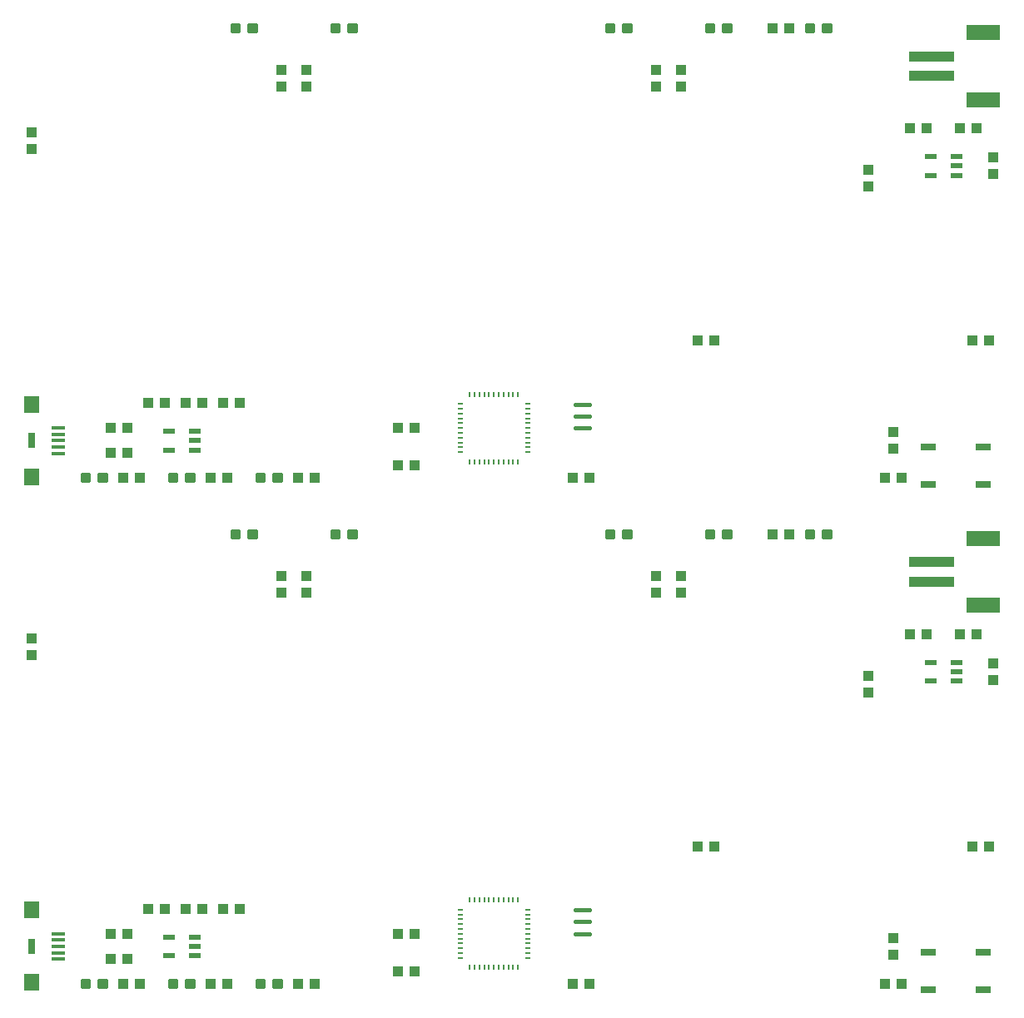
<source format=gtp>
G75*
%MOIN*%
%OFA0B0*%
%FSLAX25Y25*%
%IPPOS*%
%LPD*%
%AMOC8*
5,1,8,0,0,1.08239X$1,22.5*
%
%ADD10R,0.04331X0.03937*%
%ADD11R,0.18110X0.03937*%
%ADD12R,0.13386X0.06299*%
%ADD13C,0.01181*%
%ADD14R,0.03937X0.04331*%
%ADD15R,0.06000X0.03000*%
%ADD16R,0.02150X0.00900*%
%ADD17R,0.00900X0.02150*%
%ADD18C,0.01772*%
%ADD19R,0.04724X0.02165*%
%ADD20R,0.05512X0.01575*%
%ADD21R,0.05906X0.07087*%
%ADD22R,0.02756X0.05906*%
D10*
X0065949Y0018900D03*
X0072642Y0018900D03*
X0070949Y0008900D03*
X0077642Y0008900D03*
X0072642Y0028900D03*
X0065949Y0028900D03*
X0080949Y0038900D03*
X0087642Y0038900D03*
X0095949Y0038900D03*
X0102642Y0038900D03*
X0110949Y0038900D03*
X0117642Y0038900D03*
X0112642Y0008900D03*
X0105949Y0008900D03*
X0140949Y0008900D03*
X0147642Y0008900D03*
X0180949Y0013900D03*
X0187642Y0013900D03*
X0187642Y0028900D03*
X0180949Y0028900D03*
X0250949Y0008900D03*
X0257642Y0008900D03*
X0300949Y0063900D03*
X0307642Y0063900D03*
X0375949Y0008900D03*
X0382642Y0008900D03*
X0410949Y0063900D03*
X0417642Y0063900D03*
X0412642Y0148900D03*
X0405949Y0148900D03*
X0392642Y0148900D03*
X0385949Y0148900D03*
X0337642Y0188900D03*
X0330949Y0188900D03*
X0375949Y0211400D03*
X0382642Y0211400D03*
X0410949Y0266400D03*
X0417642Y0266400D03*
X0412642Y0351400D03*
X0405949Y0351400D03*
X0392642Y0351400D03*
X0385949Y0351400D03*
X0337642Y0391400D03*
X0330949Y0391400D03*
X0307642Y0266400D03*
X0300949Y0266400D03*
X0257642Y0211400D03*
X0250949Y0211400D03*
X0187642Y0216400D03*
X0180949Y0216400D03*
X0180949Y0231400D03*
X0187642Y0231400D03*
X0147642Y0211400D03*
X0140949Y0211400D03*
X0112642Y0211400D03*
X0105949Y0211400D03*
X0077642Y0211400D03*
X0070949Y0211400D03*
X0072642Y0221400D03*
X0065949Y0221400D03*
X0065949Y0231400D03*
X0072642Y0231400D03*
X0080949Y0241400D03*
X0087642Y0241400D03*
X0095949Y0241400D03*
X0102642Y0241400D03*
X0110949Y0241400D03*
X0117642Y0241400D03*
D11*
X0394728Y0177837D03*
X0394728Y0169963D03*
X0394728Y0372463D03*
X0394728Y0380337D03*
D12*
X0415201Y0389786D03*
X0415201Y0363014D03*
X0415201Y0187286D03*
X0415201Y0160514D03*
D13*
X0351370Y0187522D02*
X0351370Y0190278D01*
X0354126Y0190278D01*
X0354126Y0187522D01*
X0351370Y0187522D01*
X0351370Y0188702D02*
X0354126Y0188702D01*
X0354126Y0189882D02*
X0351370Y0189882D01*
X0344464Y0190278D02*
X0344464Y0187522D01*
X0344464Y0190278D02*
X0347220Y0190278D01*
X0347220Y0187522D01*
X0344464Y0187522D01*
X0344464Y0188702D02*
X0347220Y0188702D01*
X0347220Y0189882D02*
X0344464Y0189882D01*
X0311370Y0190278D02*
X0311370Y0187522D01*
X0311370Y0190278D02*
X0314126Y0190278D01*
X0314126Y0187522D01*
X0311370Y0187522D01*
X0311370Y0188702D02*
X0314126Y0188702D01*
X0314126Y0189882D02*
X0311370Y0189882D01*
X0304464Y0190278D02*
X0304464Y0187522D01*
X0304464Y0190278D02*
X0307220Y0190278D01*
X0307220Y0187522D01*
X0304464Y0187522D01*
X0304464Y0188702D02*
X0307220Y0188702D01*
X0307220Y0189882D02*
X0304464Y0189882D01*
X0274126Y0190278D02*
X0274126Y0187522D01*
X0271370Y0187522D01*
X0271370Y0190278D01*
X0274126Y0190278D01*
X0274126Y0188702D02*
X0271370Y0188702D01*
X0271370Y0189882D02*
X0274126Y0189882D01*
X0267220Y0190278D02*
X0267220Y0187522D01*
X0264464Y0187522D01*
X0264464Y0190278D01*
X0267220Y0190278D01*
X0267220Y0188702D02*
X0264464Y0188702D01*
X0264464Y0189882D02*
X0267220Y0189882D01*
X0161370Y0190278D02*
X0161370Y0187522D01*
X0161370Y0190278D02*
X0164126Y0190278D01*
X0164126Y0187522D01*
X0161370Y0187522D01*
X0161370Y0188702D02*
X0164126Y0188702D01*
X0164126Y0189882D02*
X0161370Y0189882D01*
X0154464Y0190278D02*
X0154464Y0187522D01*
X0154464Y0190278D02*
X0157220Y0190278D01*
X0157220Y0187522D01*
X0154464Y0187522D01*
X0154464Y0188702D02*
X0157220Y0188702D01*
X0157220Y0189882D02*
X0154464Y0189882D01*
X0131370Y0210022D02*
X0131370Y0212778D01*
X0134126Y0212778D01*
X0134126Y0210022D01*
X0131370Y0210022D01*
X0131370Y0211202D02*
X0134126Y0211202D01*
X0134126Y0212382D02*
X0131370Y0212382D01*
X0124464Y0212778D02*
X0124464Y0210022D01*
X0124464Y0212778D02*
X0127220Y0212778D01*
X0127220Y0210022D01*
X0124464Y0210022D01*
X0124464Y0211202D02*
X0127220Y0211202D01*
X0127220Y0212382D02*
X0124464Y0212382D01*
X0124126Y0190278D02*
X0124126Y0187522D01*
X0121370Y0187522D01*
X0121370Y0190278D01*
X0124126Y0190278D01*
X0124126Y0188702D02*
X0121370Y0188702D01*
X0121370Y0189882D02*
X0124126Y0189882D01*
X0117220Y0190278D02*
X0117220Y0187522D01*
X0114464Y0187522D01*
X0114464Y0190278D01*
X0117220Y0190278D01*
X0117220Y0188702D02*
X0114464Y0188702D01*
X0114464Y0189882D02*
X0117220Y0189882D01*
X0096370Y0210022D02*
X0096370Y0212778D01*
X0099126Y0212778D01*
X0099126Y0210022D01*
X0096370Y0210022D01*
X0096370Y0211202D02*
X0099126Y0211202D01*
X0099126Y0212382D02*
X0096370Y0212382D01*
X0089464Y0212778D02*
X0089464Y0210022D01*
X0089464Y0212778D02*
X0092220Y0212778D01*
X0092220Y0210022D01*
X0089464Y0210022D01*
X0089464Y0211202D02*
X0092220Y0211202D01*
X0092220Y0212382D02*
X0089464Y0212382D01*
X0064126Y0212778D02*
X0064126Y0210022D01*
X0061370Y0210022D01*
X0061370Y0212778D01*
X0064126Y0212778D01*
X0064126Y0211202D02*
X0061370Y0211202D01*
X0061370Y0212382D02*
X0064126Y0212382D01*
X0057220Y0212778D02*
X0057220Y0210022D01*
X0054464Y0210022D01*
X0054464Y0212778D01*
X0057220Y0212778D01*
X0057220Y0211202D02*
X0054464Y0211202D01*
X0054464Y0212382D02*
X0057220Y0212382D01*
X0117220Y0390022D02*
X0117220Y0392778D01*
X0117220Y0390022D02*
X0114464Y0390022D01*
X0114464Y0392778D01*
X0117220Y0392778D01*
X0117220Y0391202D02*
X0114464Y0391202D01*
X0114464Y0392382D02*
X0117220Y0392382D01*
X0124126Y0392778D02*
X0124126Y0390022D01*
X0121370Y0390022D01*
X0121370Y0392778D01*
X0124126Y0392778D01*
X0124126Y0391202D02*
X0121370Y0391202D01*
X0121370Y0392382D02*
X0124126Y0392382D01*
X0154464Y0392778D02*
X0154464Y0390022D01*
X0154464Y0392778D02*
X0157220Y0392778D01*
X0157220Y0390022D01*
X0154464Y0390022D01*
X0154464Y0391202D02*
X0157220Y0391202D01*
X0157220Y0392382D02*
X0154464Y0392382D01*
X0161370Y0392778D02*
X0161370Y0390022D01*
X0161370Y0392778D02*
X0164126Y0392778D01*
X0164126Y0390022D01*
X0161370Y0390022D01*
X0161370Y0391202D02*
X0164126Y0391202D01*
X0164126Y0392382D02*
X0161370Y0392382D01*
X0267220Y0392778D02*
X0267220Y0390022D01*
X0264464Y0390022D01*
X0264464Y0392778D01*
X0267220Y0392778D01*
X0267220Y0391202D02*
X0264464Y0391202D01*
X0264464Y0392382D02*
X0267220Y0392382D01*
X0274126Y0392778D02*
X0274126Y0390022D01*
X0271370Y0390022D01*
X0271370Y0392778D01*
X0274126Y0392778D01*
X0274126Y0391202D02*
X0271370Y0391202D01*
X0271370Y0392382D02*
X0274126Y0392382D01*
X0304464Y0392778D02*
X0304464Y0390022D01*
X0304464Y0392778D02*
X0307220Y0392778D01*
X0307220Y0390022D01*
X0304464Y0390022D01*
X0304464Y0391202D02*
X0307220Y0391202D01*
X0307220Y0392382D02*
X0304464Y0392382D01*
X0311370Y0392778D02*
X0311370Y0390022D01*
X0311370Y0392778D02*
X0314126Y0392778D01*
X0314126Y0390022D01*
X0311370Y0390022D01*
X0311370Y0391202D02*
X0314126Y0391202D01*
X0314126Y0392382D02*
X0311370Y0392382D01*
X0344464Y0392778D02*
X0344464Y0390022D01*
X0344464Y0392778D02*
X0347220Y0392778D01*
X0347220Y0390022D01*
X0344464Y0390022D01*
X0344464Y0391202D02*
X0347220Y0391202D01*
X0347220Y0392382D02*
X0344464Y0392382D01*
X0351370Y0392778D02*
X0351370Y0390022D01*
X0351370Y0392778D02*
X0354126Y0392778D01*
X0354126Y0390022D01*
X0351370Y0390022D01*
X0351370Y0391202D02*
X0354126Y0391202D01*
X0354126Y0392382D02*
X0351370Y0392382D01*
X0131370Y0010278D02*
X0131370Y0007522D01*
X0131370Y0010278D02*
X0134126Y0010278D01*
X0134126Y0007522D01*
X0131370Y0007522D01*
X0131370Y0008702D02*
X0134126Y0008702D01*
X0134126Y0009882D02*
X0131370Y0009882D01*
X0124464Y0010278D02*
X0124464Y0007522D01*
X0124464Y0010278D02*
X0127220Y0010278D01*
X0127220Y0007522D01*
X0124464Y0007522D01*
X0124464Y0008702D02*
X0127220Y0008702D01*
X0127220Y0009882D02*
X0124464Y0009882D01*
X0096370Y0010278D02*
X0096370Y0007522D01*
X0096370Y0010278D02*
X0099126Y0010278D01*
X0099126Y0007522D01*
X0096370Y0007522D01*
X0096370Y0008702D02*
X0099126Y0008702D01*
X0099126Y0009882D02*
X0096370Y0009882D01*
X0089464Y0010278D02*
X0089464Y0007522D01*
X0089464Y0010278D02*
X0092220Y0010278D01*
X0092220Y0007522D01*
X0089464Y0007522D01*
X0089464Y0008702D02*
X0092220Y0008702D01*
X0092220Y0009882D02*
X0089464Y0009882D01*
X0064126Y0010278D02*
X0064126Y0007522D01*
X0061370Y0007522D01*
X0061370Y0010278D01*
X0064126Y0010278D01*
X0064126Y0008702D02*
X0061370Y0008702D01*
X0061370Y0009882D02*
X0064126Y0009882D01*
X0057220Y0010278D02*
X0057220Y0007522D01*
X0054464Y0007522D01*
X0054464Y0010278D01*
X0057220Y0010278D01*
X0057220Y0008702D02*
X0054464Y0008702D01*
X0054464Y0009882D02*
X0057220Y0009882D01*
D14*
X0034295Y0140554D03*
X0034295Y0147246D03*
X0134295Y0165554D03*
X0134295Y0172246D03*
X0144295Y0172246D03*
X0144295Y0165554D03*
X0284295Y0165554D03*
X0284295Y0172246D03*
X0294295Y0172246D03*
X0294295Y0165554D03*
X0369295Y0132246D03*
X0369295Y0125554D03*
X0419295Y0130554D03*
X0419295Y0137246D03*
X0379295Y0223054D03*
X0379295Y0229746D03*
X0369295Y0328054D03*
X0369295Y0334746D03*
X0419295Y0333054D03*
X0419295Y0339746D03*
X0294295Y0368054D03*
X0294295Y0374746D03*
X0284295Y0374746D03*
X0284295Y0368054D03*
X0144295Y0368054D03*
X0144295Y0374746D03*
X0134295Y0374746D03*
X0134295Y0368054D03*
X0034295Y0349746D03*
X0034295Y0343054D03*
X0379295Y0027246D03*
X0379295Y0020554D03*
D15*
X0393295Y0021400D03*
X0393295Y0006400D03*
X0415295Y0006400D03*
X0415295Y0021400D03*
X0415295Y0208900D03*
X0415295Y0223900D03*
X0393295Y0223900D03*
X0393295Y0208900D03*
D16*
X0232770Y0221725D03*
X0232770Y0223700D03*
X0232770Y0225575D03*
X0232770Y0227550D03*
X0232770Y0229425D03*
X0232770Y0231400D03*
X0232770Y0233375D03*
X0232770Y0235250D03*
X0232770Y0237225D03*
X0232770Y0239100D03*
X0232770Y0241075D03*
X0205820Y0241075D03*
X0205820Y0239100D03*
X0205820Y0237225D03*
X0205820Y0235250D03*
X0205820Y0233375D03*
X0205820Y0231400D03*
X0205820Y0229425D03*
X0205820Y0227550D03*
X0205820Y0225575D03*
X0205820Y0223700D03*
X0205820Y0221725D03*
X0205820Y0038575D03*
X0205820Y0036600D03*
X0205820Y0034725D03*
X0205820Y0032750D03*
X0205820Y0030875D03*
X0205820Y0028900D03*
X0205820Y0026925D03*
X0205820Y0025050D03*
X0205820Y0023075D03*
X0205820Y0021200D03*
X0205820Y0019225D03*
X0232770Y0019225D03*
X0232770Y0021200D03*
X0232770Y0023075D03*
X0232770Y0025050D03*
X0232770Y0026925D03*
X0232770Y0028900D03*
X0232770Y0030875D03*
X0232770Y0032750D03*
X0232770Y0034725D03*
X0232770Y0036600D03*
X0232770Y0038575D03*
D17*
X0228970Y0042375D03*
X0226995Y0042375D03*
X0225120Y0042375D03*
X0223145Y0042375D03*
X0221270Y0042375D03*
X0219295Y0042375D03*
X0217320Y0042375D03*
X0215445Y0042375D03*
X0213470Y0042375D03*
X0211595Y0042375D03*
X0209620Y0042375D03*
X0209620Y0015425D03*
X0211595Y0015425D03*
X0213470Y0015425D03*
X0215445Y0015425D03*
X0217320Y0015425D03*
X0219295Y0015425D03*
X0221270Y0015425D03*
X0223145Y0015425D03*
X0225120Y0015425D03*
X0226995Y0015425D03*
X0228970Y0015425D03*
X0228970Y0217925D03*
X0226995Y0217925D03*
X0225120Y0217925D03*
X0223145Y0217925D03*
X0221270Y0217925D03*
X0219295Y0217925D03*
X0217320Y0217925D03*
X0215445Y0217925D03*
X0213470Y0217925D03*
X0211595Y0217925D03*
X0209620Y0217925D03*
X0209620Y0244875D03*
X0211595Y0244875D03*
X0213470Y0244875D03*
X0215445Y0244875D03*
X0217320Y0244875D03*
X0219295Y0244875D03*
X0221270Y0244875D03*
X0223145Y0244875D03*
X0225120Y0244875D03*
X0226995Y0244875D03*
X0228970Y0244875D03*
D18*
X0251831Y0240924D02*
X0257559Y0240924D01*
X0257559Y0236200D02*
X0251831Y0236200D01*
X0251831Y0231476D02*
X0257559Y0231476D01*
X0257559Y0038424D02*
X0251831Y0038424D01*
X0251831Y0033700D02*
X0257559Y0033700D01*
X0257559Y0028976D02*
X0251831Y0028976D01*
D19*
X0394177Y0130160D03*
X0394177Y0137640D03*
X0404414Y0137640D03*
X0404414Y0133900D03*
X0404414Y0130160D03*
X0404414Y0332660D03*
X0404414Y0336400D03*
X0404414Y0340140D03*
X0394177Y0340140D03*
X0394177Y0332660D03*
X0099414Y0230140D03*
X0099414Y0226400D03*
X0099414Y0222660D03*
X0089177Y0222660D03*
X0089177Y0230140D03*
X0089177Y0027640D03*
X0089177Y0020160D03*
X0099414Y0020160D03*
X0099414Y0023900D03*
X0099414Y0027640D03*
D20*
X0044925Y0026459D03*
X0044925Y0023900D03*
X0044925Y0021341D03*
X0044925Y0018782D03*
X0044925Y0029018D03*
X0044925Y0221282D03*
X0044925Y0223841D03*
X0044925Y0226400D03*
X0044925Y0228959D03*
X0044925Y0231518D03*
D21*
X0034295Y0009396D03*
X0034295Y0038404D03*
X0034295Y0211896D03*
X0034295Y0240904D03*
D22*
X0034295Y0226400D03*
X0034295Y0023900D03*
M02*

</source>
